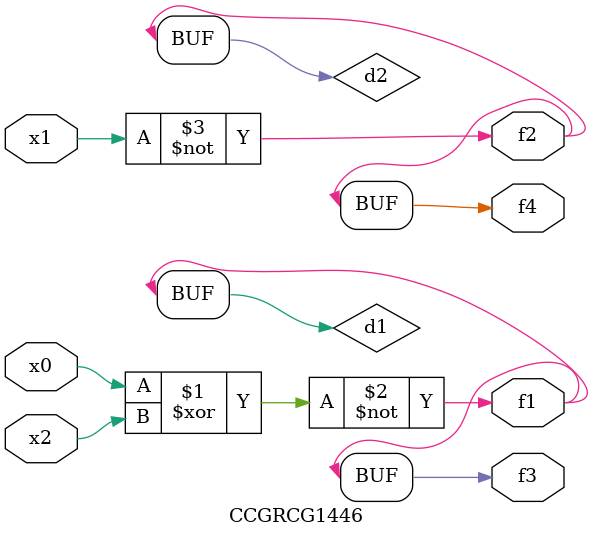
<source format=v>
module CCGRCG1446(
	input x0, x1, x2,
	output f1, f2, f3, f4
);

	wire d1, d2, d3;

	xnor (d1, x0, x2);
	nand (d2, x1);
	nor (d3, x1, x2);
	assign f1 = d1;
	assign f2 = d2;
	assign f3 = d1;
	assign f4 = d2;
endmodule

</source>
